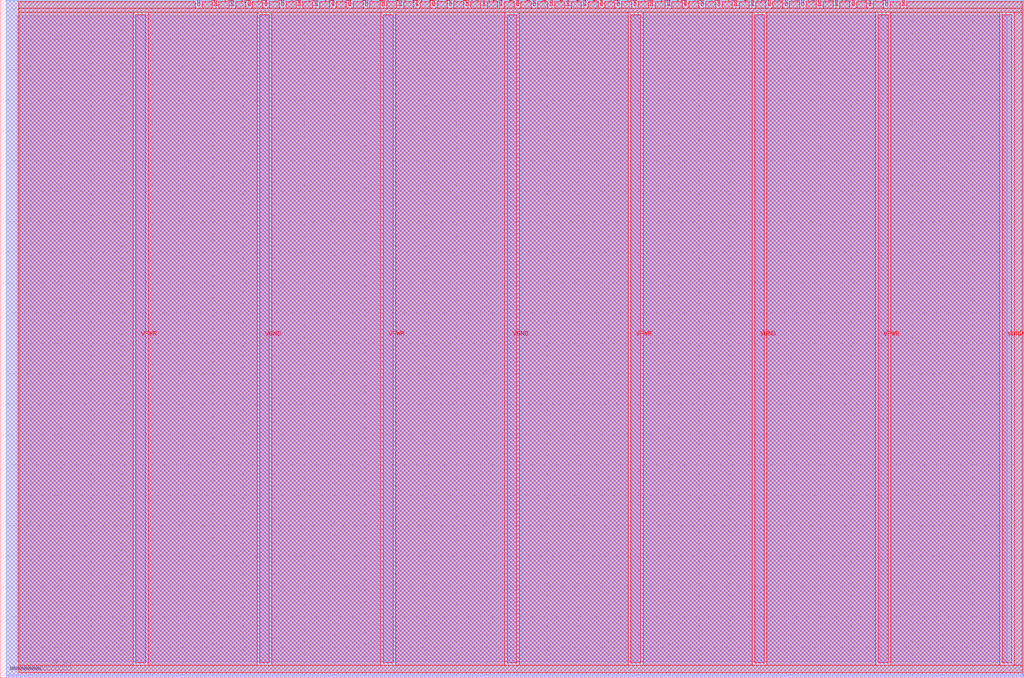
<source format=lef>
VERSION 5.7 ;
  NOWIREEXTENSIONATPIN ON ;
  DIVIDERCHAR "/" ;
  BUSBITCHARS "[]" ;
MACRO tt_um_MichaelBell_spi_peri
  CLASS BLOCK ;
  FOREIGN tt_um_MichaelBell_spi_peri ;
  ORIGIN 0.000 0.000 ;
  SIZE 168.360 BY 111.520 ;
  PIN VGND
    DIRECTION INOUT ;
    USE GROUND ;
    PORT
      LAYER met4 ;
        RECT 42.670 2.480 44.270 109.040 ;
    END
    PORT
      LAYER met4 ;
        RECT 83.380 2.480 84.980 109.040 ;
    END
    PORT
      LAYER met4 ;
        RECT 124.090 2.480 125.690 109.040 ;
    END
    PORT
      LAYER met4 ;
        RECT 164.800 2.480 166.400 109.040 ;
    END
  END VGND
  PIN VPWR
    DIRECTION INOUT ;
    USE POWER ;
    PORT
      LAYER met4 ;
        RECT 22.315 2.480 23.915 109.040 ;
    END
    PORT
      LAYER met4 ;
        RECT 63.025 2.480 64.625 109.040 ;
    END
    PORT
      LAYER met4 ;
        RECT 103.735 2.480 105.335 109.040 ;
    END
    PORT
      LAYER met4 ;
        RECT 144.445 2.480 146.045 109.040 ;
    END
  END VPWR
  PIN clk
    DIRECTION INPUT ;
    USE SIGNAL ;
    ANTENNAGATEAREA 0.213000 ;
    PORT
      LAYER met4 ;
        RECT 145.670 110.520 145.970 111.520 ;
    END
  END clk
  PIN ena
    DIRECTION INPUT ;
    USE SIGNAL ;
    ANTENNAGATEAREA 0.159000 ;
    PORT
      LAYER met4 ;
        RECT 148.430 110.520 148.730 111.520 ;
    END
  END ena
  PIN rst_n
    DIRECTION INPUT ;
    USE SIGNAL ;
    ANTENNAGATEAREA 0.196500 ;
    PORT
      LAYER met4 ;
        RECT 142.910 110.520 143.210 111.520 ;
    END
  END rst_n
  PIN ui_in[0]
    DIRECTION INPUT ;
    USE SIGNAL ;
    ANTENNAGATEAREA 0.852000 ;
    PORT
      LAYER met4 ;
        RECT 140.150 110.520 140.450 111.520 ;
    END
  END ui_in[0]
  PIN ui_in[1]
    DIRECTION INPUT ;
    USE SIGNAL ;
    ANTENNAGATEAREA 0.213000 ;
    PORT
      LAYER met4 ;
        RECT 137.390 110.520 137.690 111.520 ;
    END
  END ui_in[1]
  PIN ui_in[2]
    DIRECTION INPUT ;
    USE SIGNAL ;
    ANTENNAGATEAREA 0.213000 ;
    PORT
      LAYER met4 ;
        RECT 134.630 110.520 134.930 111.520 ;
    END
  END ui_in[2]
  PIN ui_in[3]
    DIRECTION INPUT ;
    USE SIGNAL ;
    ANTENNAGATEAREA 0.213000 ;
    PORT
      LAYER met4 ;
        RECT 131.870 110.520 132.170 111.520 ;
    END
  END ui_in[3]
  PIN ui_in[4]
    DIRECTION INPUT ;
    USE SIGNAL ;
    ANTENNAGATEAREA 0.159000 ;
    PORT
      LAYER met4 ;
        RECT 129.110 110.520 129.410 111.520 ;
    END
  END ui_in[4]
  PIN ui_in[5]
    DIRECTION INPUT ;
    USE SIGNAL ;
    ANTENNAGATEAREA 0.213000 ;
    PORT
      LAYER met4 ;
        RECT 126.350 110.520 126.650 111.520 ;
    END
  END ui_in[5]
  PIN ui_in[6]
    DIRECTION INPUT ;
    USE SIGNAL ;
    PORT
      LAYER met4 ;
        RECT 123.590 110.520 123.890 111.520 ;
    END
  END ui_in[6]
  PIN ui_in[7]
    DIRECTION INPUT ;
    USE SIGNAL ;
    PORT
      LAYER met4 ;
        RECT 120.830 110.520 121.130 111.520 ;
    END
  END ui_in[7]
  PIN uio_in[0]
    DIRECTION INPUT ;
    USE SIGNAL ;
    ANTENNAGATEAREA 0.213000 ;
    PORT
      LAYER met4 ;
        RECT 118.070 110.520 118.370 111.520 ;
    END
  END uio_in[0]
  PIN uio_in[1]
    DIRECTION INPUT ;
    USE SIGNAL ;
    ANTENNAGATEAREA 0.196500 ;
    PORT
      LAYER met4 ;
        RECT 115.310 110.520 115.610 111.520 ;
    END
  END uio_in[1]
  PIN uio_in[2]
    DIRECTION INPUT ;
    USE SIGNAL ;
    ANTENNAGATEAREA 0.196500 ;
    PORT
      LAYER met4 ;
        RECT 112.550 110.520 112.850 111.520 ;
    END
  END uio_in[2]
  PIN uio_in[3]
    DIRECTION INPUT ;
    USE SIGNAL ;
    ANTENNAGATEAREA 0.196500 ;
    PORT
      LAYER met4 ;
        RECT 109.790 110.520 110.090 111.520 ;
    END
  END uio_in[3]
  PIN uio_in[4]
    DIRECTION INPUT ;
    USE SIGNAL ;
    PORT
      LAYER met4 ;
        RECT 107.030 110.520 107.330 111.520 ;
    END
  END uio_in[4]
  PIN uio_in[5]
    DIRECTION INPUT ;
    USE SIGNAL ;
    PORT
      LAYER met4 ;
        RECT 104.270 110.520 104.570 111.520 ;
    END
  END uio_in[5]
  PIN uio_in[6]
    DIRECTION INPUT ;
    USE SIGNAL ;
    PORT
      LAYER met4 ;
        RECT 101.510 110.520 101.810 111.520 ;
    END
  END uio_in[6]
  PIN uio_in[7]
    DIRECTION INPUT ;
    USE SIGNAL ;
    PORT
      LAYER met4 ;
        RECT 98.750 110.520 99.050 111.520 ;
    END
  END uio_in[7]
  PIN uio_oe[0]
    DIRECTION OUTPUT TRISTATE ;
    USE SIGNAL ;
    ANTENNADIFFAREA 0.445500 ;
    PORT
      LAYER met4 ;
        RECT 51.830 110.520 52.130 111.520 ;
    END
  END uio_oe[0]
  PIN uio_oe[1]
    DIRECTION OUTPUT TRISTATE ;
    USE SIGNAL ;
    ANTENNAGATEAREA 0.126000 ;
    ANTENNADIFFAREA 0.891000 ;
    PORT
      LAYER met4 ;
        RECT 49.070 110.520 49.370 111.520 ;
    END
  END uio_oe[1]
  PIN uio_oe[2]
    DIRECTION OUTPUT TRISTATE ;
    USE SIGNAL ;
    ANTENNADIFFAREA 0.445500 ;
    PORT
      LAYER met4 ;
        RECT 46.310 110.520 46.610 111.520 ;
    END
  END uio_oe[2]
  PIN uio_oe[3]
    DIRECTION OUTPUT TRISTATE ;
    USE SIGNAL ;
    ANTENNAGATEAREA 0.565500 ;
    ANTENNADIFFAREA 0.891000 ;
    PORT
      LAYER met4 ;
        RECT 43.550 110.520 43.850 111.520 ;
    END
  END uio_oe[3]
  PIN uio_oe[4]
    DIRECTION OUTPUT TRISTATE ;
    USE SIGNAL ;
    PORT
      LAYER met4 ;
        RECT 40.790 110.520 41.090 111.520 ;
    END
  END uio_oe[4]
  PIN uio_oe[5]
    DIRECTION OUTPUT TRISTATE ;
    USE SIGNAL ;
    PORT
      LAYER met4 ;
        RECT 38.030 110.520 38.330 111.520 ;
    END
  END uio_oe[5]
  PIN uio_oe[6]
    DIRECTION OUTPUT TRISTATE ;
    USE SIGNAL ;
    PORT
      LAYER met4 ;
        RECT 35.270 110.520 35.570 111.520 ;
    END
  END uio_oe[6]
  PIN uio_oe[7]
    DIRECTION OUTPUT TRISTATE ;
    USE SIGNAL ;
    PORT
      LAYER met4 ;
        RECT 32.510 110.520 32.810 111.520 ;
    END
  END uio_oe[7]
  PIN uio_out[0]
    DIRECTION OUTPUT TRISTATE ;
    USE SIGNAL ;
    ANTENNADIFFAREA 0.795200 ;
    PORT
      LAYER met4 ;
        RECT 73.910 110.520 74.210 111.520 ;
    END
  END uio_out[0]
  PIN uio_out[1]
    DIRECTION OUTPUT TRISTATE ;
    USE SIGNAL ;
    ANTENNADIFFAREA 0.891000 ;
    PORT
      LAYER met4 ;
        RECT 71.150 110.520 71.450 111.520 ;
    END
  END uio_out[1]
  PIN uio_out[2]
    DIRECTION OUTPUT TRISTATE ;
    USE SIGNAL ;
    ANTENNADIFFAREA 0.795200 ;
    PORT
      LAYER met4 ;
        RECT 68.390 110.520 68.690 111.520 ;
    END
  END uio_out[2]
  PIN uio_out[3]
    DIRECTION OUTPUT TRISTATE ;
    USE SIGNAL ;
    ANTENNADIFFAREA 0.795200 ;
    PORT
      LAYER met4 ;
        RECT 65.630 110.520 65.930 111.520 ;
    END
  END uio_out[3]
  PIN uio_out[4]
    DIRECTION OUTPUT TRISTATE ;
    USE SIGNAL ;
    ANTENNAGATEAREA 2.106000 ;
    ANTENNADIFFAREA 1.590400 ;
    PORT
      LAYER met4 ;
        RECT 62.870 110.520 63.170 111.520 ;
    END
  END uio_out[4]
  PIN uio_out[5]
    DIRECTION OUTPUT TRISTATE ;
    USE SIGNAL ;
    ANTENNAGATEAREA 1.863000 ;
    ANTENNADIFFAREA 0.891000 ;
    PORT
      LAYER met4 ;
        RECT 60.110 110.520 60.410 111.520 ;
    END
  END uio_out[5]
  PIN uio_out[6]
    DIRECTION OUTPUT TRISTATE ;
    USE SIGNAL ;
    ANTENNAGATEAREA 3.222000 ;
    ANTENNADIFFAREA 1.771200 ;
    PORT
      LAYER met4 ;
        RECT 57.350 110.520 57.650 111.520 ;
    END
  END uio_out[6]
  PIN uio_out[7]
    DIRECTION OUTPUT TRISTATE ;
    USE SIGNAL ;
    ANTENNAGATEAREA 2.848500 ;
    ANTENNADIFFAREA 1.590400 ;
    PORT
      LAYER met4 ;
        RECT 54.590 110.520 54.890 111.520 ;
    END
  END uio_out[7]
  PIN uo_out[0]
    DIRECTION OUTPUT TRISTATE ;
    USE SIGNAL ;
    ANTENNADIFFAREA 0.891000 ;
    PORT
      LAYER met4 ;
        RECT 95.990 110.520 96.290 111.520 ;
    END
  END uo_out[0]
  PIN uo_out[1]
    DIRECTION OUTPUT TRISTATE ;
    USE SIGNAL ;
    ANTENNADIFFAREA 0.891000 ;
    PORT
      LAYER met4 ;
        RECT 93.230 110.520 93.530 111.520 ;
    END
  END uo_out[1]
  PIN uo_out[2]
    DIRECTION OUTPUT TRISTATE ;
    USE SIGNAL ;
    ANTENNADIFFAREA 0.891000 ;
    PORT
      LAYER met4 ;
        RECT 90.470 110.520 90.770 111.520 ;
    END
  END uo_out[2]
  PIN uo_out[3]
    DIRECTION OUTPUT TRISTATE ;
    USE SIGNAL ;
    ANTENNADIFFAREA 1.484000 ;
    PORT
      LAYER met4 ;
        RECT 87.710 110.520 88.010 111.520 ;
    END
  END uo_out[3]
  PIN uo_out[4]
    DIRECTION OUTPUT TRISTATE ;
    USE SIGNAL ;
    ANTENNADIFFAREA 1.484000 ;
    PORT
      LAYER met4 ;
        RECT 84.950 110.520 85.250 111.520 ;
    END
  END uo_out[4]
  PIN uo_out[5]
    DIRECTION OUTPUT TRISTATE ;
    USE SIGNAL ;
    ANTENNADIFFAREA 0.891000 ;
    PORT
      LAYER met4 ;
        RECT 82.190 110.520 82.490 111.520 ;
    END
  END uo_out[5]
  PIN uo_out[6]
    DIRECTION OUTPUT TRISTATE ;
    USE SIGNAL ;
    ANTENNADIFFAREA 0.891000 ;
    PORT
      LAYER met4 ;
        RECT 79.430 110.520 79.730 111.520 ;
    END
  END uo_out[6]
  PIN uo_out[7]
    DIRECTION OUTPUT TRISTATE ;
    USE SIGNAL ;
    ANTENNADIFFAREA 0.795200 ;
    PORT
      LAYER met4 ;
        RECT 76.670 110.520 76.970 111.520 ;
    END
  END uo_out[7]
  OBS
      LAYER li1 ;
        RECT 2.760 2.635 165.600 108.885 ;
      LAYER met1 ;
        RECT 0.990 0.380 168.290 111.480 ;
      LAYER met2 ;
        RECT 1.010 0.155 168.270 111.510 ;
      LAYER met3 ;
        RECT 0.985 0.175 168.295 111.345 ;
      LAYER met4 ;
        RECT 3.055 110.120 32.110 111.170 ;
        RECT 33.210 110.120 34.870 111.170 ;
        RECT 35.970 110.120 37.630 111.170 ;
        RECT 38.730 110.120 40.390 111.170 ;
        RECT 41.490 110.120 43.150 111.170 ;
        RECT 44.250 110.120 45.910 111.170 ;
        RECT 47.010 110.120 48.670 111.170 ;
        RECT 49.770 110.120 51.430 111.170 ;
        RECT 52.530 110.120 54.190 111.170 ;
        RECT 55.290 110.120 56.950 111.170 ;
        RECT 58.050 110.120 59.710 111.170 ;
        RECT 60.810 110.120 62.470 111.170 ;
        RECT 63.570 110.120 65.230 111.170 ;
        RECT 66.330 110.120 67.990 111.170 ;
        RECT 69.090 110.120 70.750 111.170 ;
        RECT 71.850 110.120 73.510 111.170 ;
        RECT 74.610 110.120 76.270 111.170 ;
        RECT 77.370 110.120 79.030 111.170 ;
        RECT 80.130 110.120 81.790 111.170 ;
        RECT 82.890 110.120 84.550 111.170 ;
        RECT 85.650 110.120 87.310 111.170 ;
        RECT 88.410 110.120 90.070 111.170 ;
        RECT 91.170 110.120 92.830 111.170 ;
        RECT 93.930 110.120 95.590 111.170 ;
        RECT 96.690 110.120 98.350 111.170 ;
        RECT 99.450 110.120 101.110 111.170 ;
        RECT 102.210 110.120 103.870 111.170 ;
        RECT 104.970 110.120 106.630 111.170 ;
        RECT 107.730 110.120 109.390 111.170 ;
        RECT 110.490 110.120 112.150 111.170 ;
        RECT 113.250 110.120 114.910 111.170 ;
        RECT 116.010 110.120 117.670 111.170 ;
        RECT 118.770 110.120 120.430 111.170 ;
        RECT 121.530 110.120 123.190 111.170 ;
        RECT 124.290 110.120 125.950 111.170 ;
        RECT 127.050 110.120 128.710 111.170 ;
        RECT 129.810 110.120 131.470 111.170 ;
        RECT 132.570 110.120 134.230 111.170 ;
        RECT 135.330 110.120 136.990 111.170 ;
        RECT 138.090 110.120 139.750 111.170 ;
        RECT 140.850 110.120 142.510 111.170 ;
        RECT 143.610 110.120 145.270 111.170 ;
        RECT 146.370 110.120 148.030 111.170 ;
        RECT 149.130 110.120 168.065 111.170 ;
        RECT 3.055 109.440 168.065 110.120 ;
        RECT 3.055 2.080 21.915 109.440 ;
        RECT 24.315 2.080 42.270 109.440 ;
        RECT 44.670 2.080 62.625 109.440 ;
        RECT 65.025 2.080 82.980 109.440 ;
        RECT 85.380 2.080 103.335 109.440 ;
        RECT 105.735 2.080 123.690 109.440 ;
        RECT 126.090 2.080 144.045 109.440 ;
        RECT 146.445 2.080 164.400 109.440 ;
        RECT 166.800 2.080 168.065 109.440 ;
        RECT 3.055 0.855 168.065 2.080 ;
  END
END tt_um_MichaelBell_spi_peri
END LIBRARY


</source>
